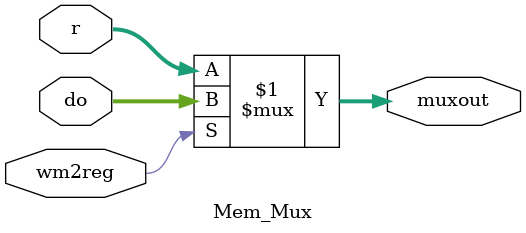
<source format=v>
`timescale 1ns / 1ps


module Mem_Mux
 (
    input [31:0]    do,
    input [31:0]    r,
    input           wm2reg,
    output [31:0]   muxout

  );
  
  assign muxout = wm2reg ? do : r;
  
  
endmodule

</source>
